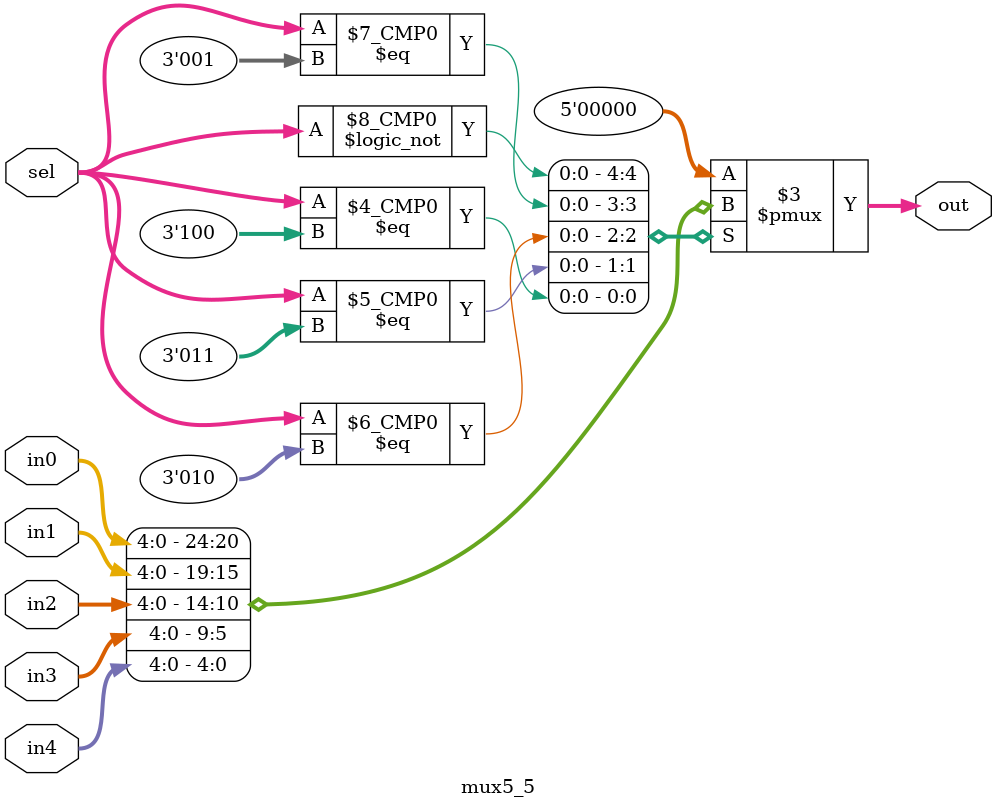
<source format=v>
`timescale 1ns / 1ps

module mux5_5 (
    input wire [4:0] in0,
    input wire [4:0] in1,
    input wire [4:0] in2,
    input wire [4:0] in3,
    input wire [4:0] in4,
    input wire [2:0] sel,
    output reg [4:0] out
);

    // Always block to determine output based on select signal
    always @(*) begin
        case (sel)
            3'b000: out = in0;
            3'b001: out = in1;
            3'b010: out = in2;
            3'b011: out = in3;
            3'b100: out = in4;
            default: out = 5'b0; // Default output is 0
        endcase
    end

endmodule

</source>
